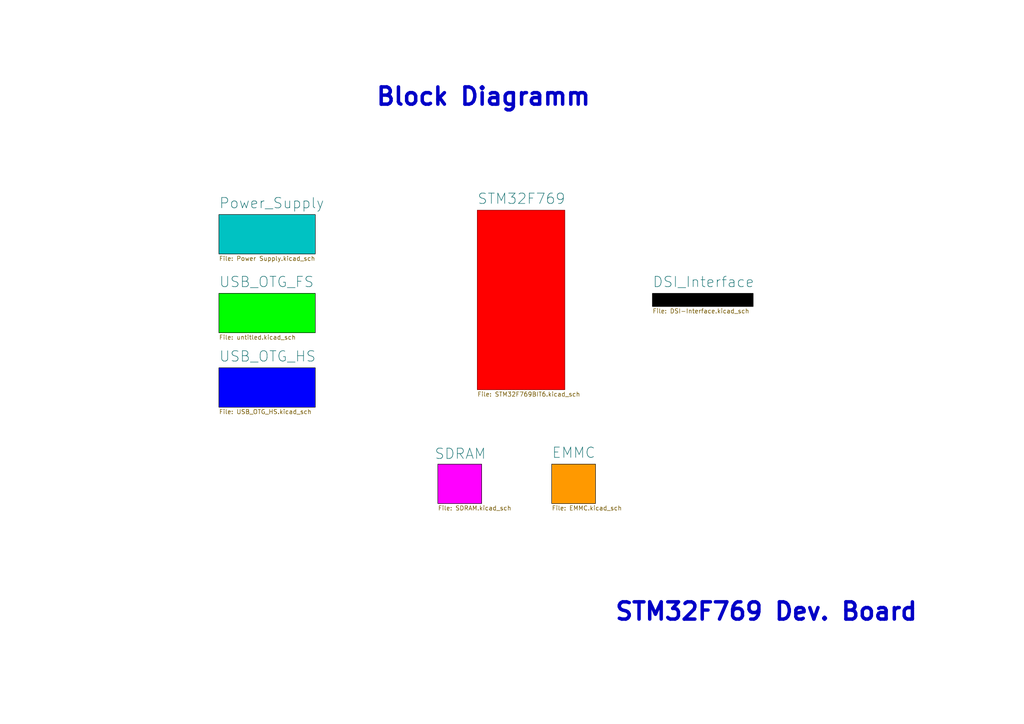
<source format=kicad_sch>
(kicad_sch
	(version 20231120)
	(generator "eeschema")
	(generator_version "8.0")
	(uuid "e0df2b07-1c87-436d-b679-271210c51cf4")
	(paper "A4")
	(lib_symbols)
	(text "STM32F769 Dev. Board"
		(exclude_from_sim no)
		(at 222.25 177.546 0)
		(effects
			(font
				(size 5 5)
				(bold yes)
			)
		)
		(uuid "27daac79-fa6d-48be-9cd3-18f44985d96b")
	)
	(text "Block Diagramm"
		(exclude_from_sim no)
		(at 140.208 28.194 0)
		(effects
			(font
				(size 5 5)
				(bold yes)
			)
		)
		(uuid "c9d0c25a-e94a-4abf-b64a-8632a93419c4")
	)
	(sheet
		(at 63.5 85.09)
		(size 27.94 11.43)
		(fields_autoplaced yes)
		(stroke
			(width 0.1524)
			(type solid)
			(color 0 0 0 1)
		)
		(fill
			(color 0 255 0 1.0000)
		)
		(uuid "19107dea-0f56-4a71-8d03-37e2faf1cd77")
		(property "Sheetname" "USB_OTG_FS"
			(at 63.5 83.5134 0)
			(effects
				(font
					(size 3 3)
				)
				(justify left bottom)
			)
		)
		(property "Sheetfile" "untitled.kicad_sch"
			(at 63.5 97.1046 0)
			(effects
				(font
					(size 1.27 1.27)
				)
				(justify left top)
			)
		)
		(property "Feld2" "blatt2"
			(at 63.5 85.09 0)
			(effects
				(font
					(size 1.27 1.27)
				)
				(hide yes)
			)
		)
		(instances
			(project "STM32_Dev_Board"
				(path "/e0df2b07-1c87-436d-b679-271210c51cf4"
					(page "4")
				)
			)
		)
	)
	(sheet
		(at 160.02 134.62)
		(size 12.7 11.43)
		(fields_autoplaced yes)
		(stroke
			(width 0.1524)
			(type solid)
			(color 0 0 0 1)
		)
		(fill
			(color 255 153 0 1.0000)
		)
		(uuid "266a399d-f56d-49ed-a36e-5f11091c235d")
		(property "Sheetname" "EMMC"
			(at 160.02 133.0434 0)
			(effects
				(font
					(size 3 3)
				)
				(justify left bottom)
			)
		)
		(property "Sheetfile" "EMMC.kicad_sch"
			(at 160.02 146.6346 0)
			(effects
				(font
					(size 1.27 1.27)
				)
				(justify left top)
			)
		)
		(instances
			(project "STM32_Dev_Board"
				(path "/e0df2b07-1c87-436d-b679-271210c51cf4"
					(page "6")
				)
			)
		)
	)
	(sheet
		(at 189.23 85.09)
		(size 29.21 3.81)
		(fields_autoplaced yes)
		(stroke
			(width 0.1524)
			(type solid)
			(color 0 0 0 1)
		)
		(fill
			(color 0 0 0 1.0000)
		)
		(uuid "328b59a7-8b90-47a8-b63e-cb854c3ebe9f")
		(property "Sheetname" "DSI_Interface"
			(at 189.23 83.5134 0)
			(effects
				(font
					(size 3 3)
				)
				(justify left bottom)
			)
		)
		(property "Sheetfile" "DSI-Interface.kicad_sch"
			(at 189.23 89.4846 0)
			(effects
				(font
					(size 1.27 1.27)
				)
				(justify left top)
			)
		)
		(instances
			(project "STM32_Dev_Board"
				(path "/e0df2b07-1c87-436d-b679-271210c51cf4"
					(page "7")
				)
			)
		)
	)
	(sheet
		(at 138.43 60.96)
		(size 25.4 52.07)
		(fields_autoplaced yes)
		(stroke
			(width 0.1524)
			(type solid)
		)
		(fill
			(color 255 0 0 1.0000)
		)
		(uuid "66871573-be06-42ec-8ed2-dfa7a24354d4")
		(property "Sheetname" "STM32F769"
			(at 138.43 59.3834 0)
			(effects
				(font
					(size 3 3)
				)
				(justify left bottom)
			)
		)
		(property "Sheetfile" "STM32F769BIT6.kicad_sch"
			(at 138.43 113.6146 0)
			(effects
				(font
					(size 1.27 1.27)
				)
				(justify left top)
			)
		)
		(instances
			(project "STM32_Dev_Board"
				(path "/e0df2b07-1c87-436d-b679-271210c51cf4"
					(page "3")
				)
			)
		)
	)
	(sheet
		(at 127 134.62)
		(size 12.7 11.43)
		(stroke
			(width 0.1524)
			(type solid)
			(color 0 0 0 1)
		)
		(fill
			(color 255 0 255 1.0000)
		)
		(uuid "b70790ba-f070-4501-a8ba-37c11bfb83ea")
		(property "Sheetname" "SDRAM"
			(at 125.984 133.35 0)
			(effects
				(font
					(size 3 3)
				)
				(justify left bottom)
			)
		)
		(property "Sheetfile" "SDRAM.kicad_sch"
			(at 127 146.6346 0)
			(effects
				(font
					(size 1.27 1.27)
				)
				(justify left top)
			)
		)
		(instances
			(project "STM32_Dev_Board"
				(path "/e0df2b07-1c87-436d-b679-271210c51cf4"
					(page "8")
				)
			)
		)
	)
	(sheet
		(at 63.5 106.68)
		(size 27.94 11.43)
		(fields_autoplaced yes)
		(stroke
			(width 0.1524)
			(type solid)
			(color 0 0 0 1)
		)
		(fill
			(color 0 0 255 1.0000)
		)
		(uuid "ef3e8a9f-aafd-40e3-8cd6-85f24f1c2644")
		(property "Sheetname" "USB_OTG_HS"
			(at 63.5 105.1034 0)
			(effects
				(font
					(size 3 3)
				)
				(justify left bottom)
			)
		)
		(property "Sheetfile" "USB_OTG_HS.kicad_sch"
			(at 63.5 118.6946 0)
			(effects
				(font
					(size 1.27 1.27)
				)
				(justify left top)
			)
		)
		(instances
			(project "STM32_Dev_Board"
				(path "/e0df2b07-1c87-436d-b679-271210c51cf4"
					(page "5")
				)
			)
		)
	)
	(sheet
		(at 63.5 62.23)
		(size 27.94 11.43)
		(fields_autoplaced yes)
		(stroke
			(width 0.1524)
			(type solid)
			(color 0 0 0 1)
		)
		(fill
			(color 0 194 194 1.0000)
		)
		(uuid "f10e823b-24d8-4628-99ea-f370bbe62daa")
		(property "Sheetname" "Power_Supply"
			(at 63.5 60.6534 0)
			(effects
				(font
					(size 3 3)
				)
				(justify left bottom)
			)
		)
		(property "Sheetfile" "Power Supply.kicad_sch"
			(at 63.5 74.2446 0)
			(effects
				(font
					(size 1.27 1.27)
				)
				(justify left top)
			)
		)
		(instances
			(project "STM32_Dev_Board"
				(path "/e0df2b07-1c87-436d-b679-271210c51cf4"
					(page "2")
				)
			)
		)
	)
	(sheet_instances
		(path "/"
			(page "1")
		)
	)
)
</source>
